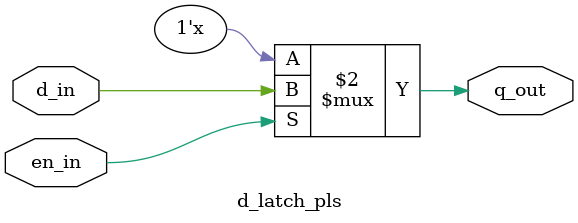
<source format=v>
/* given that we do not have else, the synthsizer will consider a latch. 
thus in the period that the latch is not transparent , previous data is provided
*/

module d_latch_pls(q_out,en_in,d_in);

input d_in;
input en_in;
output reg q_out;

always@* begin

if (en_in)  q_out <= d_in;

end
endmodule
</source>
